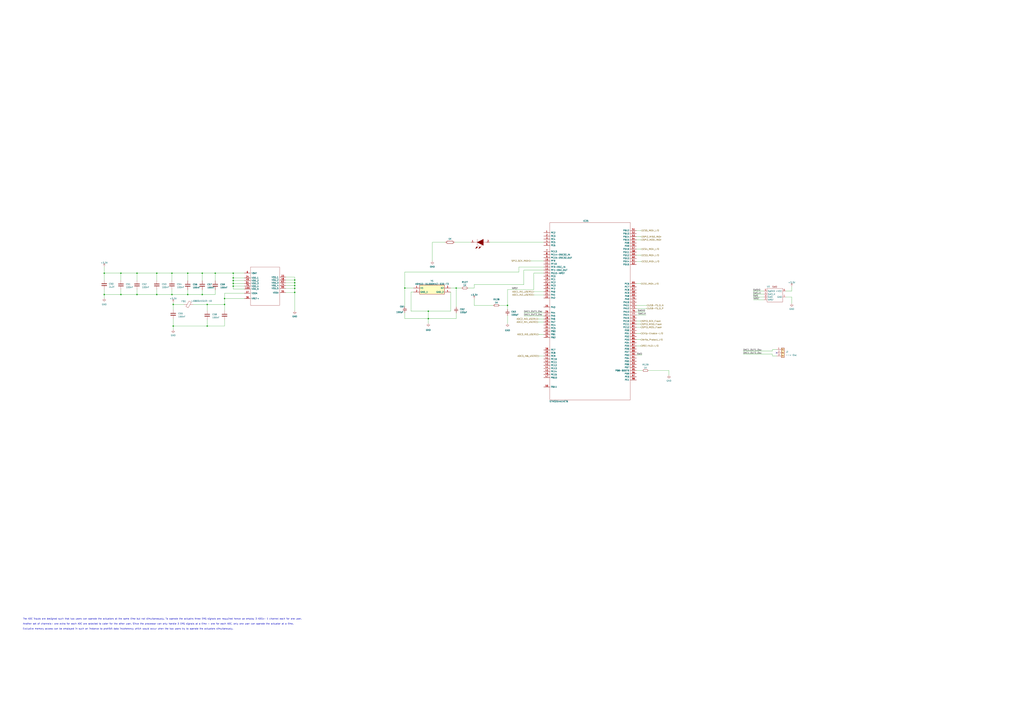
<source format=kicad_sch>
(kicad_sch (version 20230121) (generator eeschema)
  (paper "A1")
  (lib_symbols
    (symbol "Connector:Screw_Terminal_01x03" (pin_names (offset 1.016) hide)
      (property "Reference" "J" (at 0 5.08 0))
      (property "Value" "Screw_Terminal_01x03" (at 0 -5.08 0))
      (symbol "Screw_Terminal_01x03_1_1"
        (rectangle (start -1.27 3.81) (end 1.27 -3.81) (stroke (width 0.254)) (fill (type background)))
        (circle (center 0 -2.54) (radius 0.635) (stroke (width 0.1524)))
        (polyline (pts (xy -0.5334 -2.2098) (xy 0.3302 -3.048)) (stroke (width 0.1524)))
        (polyline (pts (xy -0.5334 0.3302) (xy 0.3302 -0.508)) (stroke (width 0.1524)))
        (polyline (pts (xy -0.5334 2.8702) (xy 0.3302 2.032)) (stroke (width 0.1524)))
        (polyline (pts (xy -0.3556 -2.032) (xy 0.508 -2.8702)) (stroke (width 0.1524)))
        (polyline (pts (xy -0.3556 0.508) (xy 0.508 -0.3302)) (stroke (width 0.1524)))
        (polyline (pts (xy -0.3556 3.048) (xy 0.508 2.2098)) (stroke (width 0.1524)))
        (circle (center 0 0) (radius 0.635) (stroke (width 0.1524)))
        (circle (center 0 2.54) (radius 0.635) (stroke (width 0.1524)))
        (pin passive line (at -5.08 2.54 0) (length 3.81) (name "Pin_1") (number "1"))
        (pin passive line (at -5.08 0 0) (length 3.81) (name "Pin_2") (number "2"))
        (pin passive line (at -5.08 -2.54 0) (length 3.81) (name "Pin_3") (number "3"))
      )
    )
    (symbol "Device:C" (pin_numbers hide) (pin_names (offset 0.254))
      (property "Reference" "C" (at 0.635 2.54 0))
      (property "Value" "C" (at 0.635 -2.54 0))
      (symbol "C_0_1"
        (polyline (pts (xy -2.032 -0.762) (xy 2.032 -0.762)) (stroke (width 0.508)))
        (polyline (pts (xy -2.032 0.762) (xy 2.032 0.762)) (stroke (width 0.508)))
      )
      (symbol "C_1_1"
        (pin passive line (at 0 3.81 270) (length 2.794) (name "~") (number "1"))
        (pin passive line (at 0 -3.81 90) (length 2.794) (name "~") (number "2"))
      )
    )
    (symbol "Device:C_Small" (pin_numbers hide) (pin_names (offset 0.254) hide)
      (property "Reference" "C" (at 0.254 1.778 0))
      (property "Value" "C_Small" (at 0.254 -2.032 0))
      (symbol "C_Small_0_1"
        (polyline (pts (xy -1.524 -0.508) (xy 1.524 -0.508)) (stroke (width 0.3302)))
        (polyline (pts (xy -1.524 0.508) (xy 1.524 0.508)) (stroke (width 0.3048)))
      )
      (symbol "C_Small_1_1"
        (pin passive line (at 0 2.54 270) (length 2.032) (name "~") (number "1"))
        (pin passive line (at 0 -2.54 90) (length 2.032) (name "~") (number "2"))
      )
    )
    (symbol "Device:FerriteBead" (pin_numbers hide) (pin_names (offset 0))
      (property "Reference" "FB" (at -3.81 0.635 90))
      (property "Value" "FerriteBead" (at 3.81 0 90))
      (symbol "FerriteBead_0_1"
        (polyline (pts (xy 0 -1.27) (xy 0 -1.2192)))
        (polyline (pts (xy 0 1.27) (xy 0 1.2954)))
        (polyline (pts (xy -2.7686 0.4064) (xy -1.7018 2.2606) (xy 2.7686 -0.3048) (xy 1.6764 -2.159) (xy -2.7686 0.4064)))
      )
      (symbol "FerriteBead_1_1"
        (pin passive line (at 0 3.81 270) (length 2.54) (name "~") (number "1"))
        (pin passive line (at 0 -3.81 90) (length 2.54) (name "~") (number "2"))
      )
    )
    (symbol "Device:R" (pin_numbers hide) (pin_names (offset 0))
      (property "Reference" "R" (at 2.032 0 90))
      (property "Value" "R" (at 0 0 90))
      (symbol "R_0_1"
        (rectangle (start -1.016 -2.54) (end 1.016 2.54) (stroke (width 0.254)))
      )
      (symbol "R_1_1"
        (pin passive line (at 0 3.81 270) (length 1.27) (name "~") (number "1"))
        (pin passive line (at 0 -3.81 90) (length 1.27) (name "~") (number "2"))
      )
    )
    (symbol "Device:R_Small" (pin_numbers hide) (pin_names (offset 0.254) hide)
      (property "Reference" "R" (at 0.762 0.508 0))
      (property "Value" "R_Small" (at 0.762 -1.016 0))
      (symbol "R_Small_0_1"
        (rectangle (start -0.762 1.778) (end 0.762 -1.778) (stroke (width 0.2032)))
      )
      (symbol "R_Small_1_1"
        (pin passive line (at 0 2.54 270) (length 0.762) (name "~") (number "1"))
        (pin passive line (at 0 -2.54 90) (length 0.762) (name "~") (number "2"))
      )
    )
    (symbol "Fermion_1:ABM10-16.000MHZ-D30-T3"
      (property "Reference" "Y" (at 26.67 7.62 0))
      (property "Value" "ABM10-16.000MHZ-D30-T3" (at 26.67 5.08 0))
      (symbol "ABM10-16.000MHZ-D30-T3_1_1"
        (rectangle (start 5.08 2.54) (end 25.4 -5.08) (stroke (width 0.254)) (fill (type background)))
        (pin passive line (at 0 0 0) (length 5.08) (name "X1") (number "1"))
        (pin passive line (at 0 -3.302 0) (length 5.08) (name "GND_1") (number "2"))
        (pin passive line (at 30.48 0 180) (length 5.08) (name "X2") (number "3"))
        (pin passive line (at 30.48 -3.302 180) (length 5.08) (name "GND_2") (number "4"))
      )
    )
    (symbol "Fermion_1:Green_LED" (pin_names (offset 0.762))
      (property "Reference" "LED" (at 12.7 8.89 0))
      (property "Value" "Green_LED" (at 12.7 6.35 0))
      (symbol "Green_LED_0_0"
        (pin passive line (at 0 0 0) (length 2.54) (name "~") (number "1"))
        (pin passive line (at 15.24 0 180) (length 2.54) (name "~") (number "2"))
      )
      (symbol "Green_LED_0_1"
        (polyline (pts (xy 2.54 0) (xy 5.08 0)) (stroke (width 0.1524)))
        (polyline (pts (xy 5.08 2.54) (xy 5.08 -2.54)) (stroke (width 0.1524)))
        (polyline (pts (xy 6.35 2.54) (xy 3.81 5.08)) (stroke (width 0.1524)))
        (polyline (pts (xy 8.89 2.54) (xy 6.35 5.08)) (stroke (width 0.1524)))
        (polyline (pts (xy 10.16 0) (xy 12.7 0)) (stroke (width 0.1524)))
        (polyline (pts (xy 5.08 0) (xy 10.16 2.54) (xy 10.16 -2.54) (xy 5.08 0)) (stroke (width 0.254)) (fill (type outline)))
        (polyline (pts (xy 5.334 4.318) (xy 4.572 3.556) (xy 3.81 5.08) (xy 5.334 4.318)) (stroke (width 0.254)) (fill (type outline)))
        (polyline (pts (xy 7.874 4.318) (xy 7.112 3.556) (xy 6.35 5.08) (xy 7.874 4.318)) (stroke (width 0.254)) (fill (type outline)))
      )
    )
    (symbol "Fermion_1:STM32G4A1VET6" (pin_names (offset 0.762))
      (property "Reference" "IC" (at 76.454 -24.638 90))
      (property "Value" "STM32G4A1VET6" (at 4.826 46.228 0))
      (symbol "STM32G4A1VET6_0_0"
        (pin passive line (at 0 36.576 0) (length 5.08) (name "PE2") (number "1"))
        (pin passive line (at 0 13.462 0) (length 5.08) (name "PF9") (number "10"))
        (pin passive line (at -245.872 -9.652 0) (length 5.08) (name "VDD_5") (number "100"))
        (pin passive line (at 0 10.922 0) (length 5.08) (name "PF10") (number "11"))
        (pin passive line (at 0 8.382 0) (length 5.08) (name "PF0-OSC_IN") (number "12"))
        (pin passive line (at 0 5.842 0) (length 5.08) (name "PF1-OSC_OUT") (number "13"))
        (pin passive line (at 0 3.302 0) (length 5.08) (name "PG10-NRST") (number "14"))
        (pin passive line (at 0 0.762 0) (length 5.08) (name "PC0") (number "15"))
        (pin passive line (at 0 -1.778 0) (length 5.08) (name "PC1") (number "16"))
        (pin passive line (at 0 -4.318 0) (length 5.08) (name "PC2") (number "17"))
        (pin passive line (at 0 -6.858 0) (length 5.08) (name "PC3") (number "18"))
        (pin passive line (at 0 -9.398 0) (length 5.08) (name "PF2") (number "19"))
        (pin passive line (at 0 33.782 0) (length 5.08) (name "PE3") (number "2"))
        (pin passive line (at 0 -11.938 0) (length 5.08) (name "PA0") (number "20"))
        (pin passive line (at 0 -14.478 0) (length 5.08) (name "PA1") (number "21"))
        (pin passive line (at 0 -17.018 0) (length 5.08) (name "PA2") (number "22"))
        (pin passive line (at -211.836 0 180) (length 5.08) (name "VSS_1") (number "23"))
        (pin passive line (at -245.872 -0.508 0) (length 5.08) (name "VDD_1") (number "24"))
        (pin passive line (at 0 -24.638 0) (length 5.08) (name "PA3") (number "25"))
        (pin passive line (at 0 -29.21 0) (length 5.08) (name "PA4") (number "26"))
        (pin passive line (at 0 -31.75 0) (length 5.08) (name "PA5") (number "27"))
        (pin passive line (at 0 -34.29 0) (length 5.08) (name "PA6") (number "28"))
        (pin passive line (at 0 -36.83 0) (length 5.08) (name "PA7") (number "29"))
        (pin passive line (at 0 31.242 0) (length 5.08) (name "PE4") (number "3"))
        (pin passive line (at 0 -39.37 0) (length 5.08) (name "PC4") (number "30"))
        (pin passive line (at 0 -41.91 0) (length 5.08) (name "PC5") (number "31"))
        (pin passive line (at 0 -44.45 0) (length 5.08) (name "PB0") (number "32"))
        (pin passive line (at 0 -46.99 0) (length 5.08) (name "PB1") (number "33"))
        (pin passive line (at 0 -49.53 0) (length 5.08) (name "PB2") (number "34"))
        (pin passive line (at -211.836 -12.7 180) (length 5.08) (name "VSSA") (number "35"))
        (pin passive line (at -245.872 -17.526 0) (length 5.08) (name "VREF+") (number "36"))
        (pin passive line (at -245.872 -13.208 0) (length 5.08) (name "VDDA") (number "37"))
        (pin passive line (at 0 -59.69 0) (length 5.08) (name "PE7") (number "38"))
        (pin passive line (at 0 -62.23 0) (length 5.08) (name "PE8") (number "39"))
        (pin passive line (at 0 28.702 0) (length 5.08) (name "PE5") (number "4"))
        (pin passive line (at 0 -64.77 0) (length 5.08) (name "PE9") (number "40"))
        (pin passive line (at 0 -67.31 0) (length 5.08) (name "PE10") (number "41"))
        (pin passive line (at 0 -69.85 0) (length 5.08) (name "PE11") (number "42"))
        (pin passive line (at 0 -72.39 0) (length 5.08) (name "PE12") (number "43"))
        (pin passive line (at 0 -74.93 0) (length 5.08) (name "PE13") (number "44"))
        (pin passive line (at 0 -77.47 0) (length 5.08) (name "PE14") (number "45"))
        (pin passive line (at 0 -80.01 0) (length 5.08) (name "PE15") (number "46"))
        (pin passive line (at 0 -82.55 0) (length 5.08) (name "PB10") (number "47"))
        (pin passive line (at -211.836 -2.286 180) (length 5.08) (name "VSS_2") (number "48"))
        (pin passive line (at -245.872 -2.794 0) (length 5.08) (name "VDD_2") (number "49"))
        (pin passive line (at 0 26.162 0) (length 5.08) (name "PE6") (number "5"))
        (pin passive line (at 0 -90.17 0) (length 5.08) (name "PB11") (number "50"))
        (pin passive line (at 76.2 38.354 180) (length 5.08) (name "PB12") (number "51"))
        (pin passive line (at 76.2 35.814 180) (length 5.08) (name "PB13") (number "52"))
        (pin passive line (at 76.2 33.274 180) (length 5.08) (name "PB14") (number "53"))
        (pin passive line (at 76.2 30.734 180) (length 5.08) (name "PB15") (number "54"))
        (pin passive line (at 76.2 28.194 180) (length 5.08) (name "PD8") (number "55"))
        (pin passive line (at 76.2 25.654 180) (length 5.08) (name "PD9") (number "56"))
        (pin passive line (at 76.2 23.114 180) (length 5.08) (name "PD10") (number "57"))
        (pin passive line (at 76.2 20.574 180) (length 5.08) (name "PD11") (number "58"))
        (pin passive line (at 76.2 18.034 180) (length 5.08) (name "PD12") (number "59"))
        (pin passive line (at -245.872 3.302 0) (length 5.08) (name "VBAT") (number "6"))
        (pin passive line (at 76.2 15.494 180) (length 5.08) (name "PD13") (number "60"))
        (pin passive line (at 76.2 12.954 180) (length 5.08) (name "PD14") (number "61"))
        (pin passive line (at 76.2 10.414 180) (length 5.08) (name "PD15") (number "62"))
        (pin passive line (at -211.836 -4.572 180) (length 5.08) (name "VSS_3") (number "63"))
        (pin passive line (at -245.872 -5.08 0) (length 5.08) (name "VDD_3") (number "64"))
        (pin passive line (at 76.2 -5.334 180) (length 5.08) (name "PC6") (number "65"))
        (pin passive line (at 76.2 -7.874 180) (length 5.08) (name "PC7") (number "66"))
        (pin passive line (at 76.2 -10.414 180) (length 5.08) (name "PC8") (number "67"))
        (pin passive line (at 76.2 -12.954 180) (length 5.08) (name "PC9") (number "68"))
        (pin passive line (at 76.2 -15.494 180) (length 5.08) (name "PA8") (number "69"))
        (pin passive line (at 0 21.082 0) (length 5.08) (name "PC13") (number "7"))
        (pin passive line (at 76.2 -18.034 180) (length 5.08) (name "PA9") (number "70"))
        (pin passive line (at 76.2 -20.574 180) (length 5.08) (name "PA10") (number "71"))
        (pin passive line (at 76.2 -23.114 180) (length 5.08) (name "PA11") (number "72"))
        (pin passive line (at 76.2 -25.654 180) (length 5.08) (name "PA12") (number "73"))
        (pin passive line (at -211.836 -6.858 180) (length 5.08) (name "VSS_4") (number "74"))
        (pin passive line (at -245.872 -7.366 0) (length 5.08) (name "VDD_4") (number "75"))
        (pin passive line (at 76.2 -28.448 180) (length 5.08) (name "PA13") (number "76"))
        (pin passive line (at 76.2 -30.988 180) (length 5.08) (name "PA14") (number "77"))
        (pin passive line (at 76.2 -33.528 180) (length 5.08) (name "PA15") (number "78"))
        (pin passive line (at 76.2 -36.068 180) (length 5.08) (name "PC10") (number "79"))
        (pin passive line (at 0 18.542 0) (length 5.08) (name "PC14-OSC32_IN") (number "8"))
        (pin passive line (at 76.2 -38.608 180) (length 5.08) (name "PC11") (number "80"))
        (pin passive line (at 76.2 -41.148 180) (length 5.08) (name "PC12") (number "81"))
        (pin passive line (at 76.2 -43.688 180) (length 5.08) (name "PD0") (number "82"))
        (pin passive line (at 76.2 -46.228 180) (length 5.08) (name "PD1") (number "83"))
        (pin passive line (at 76.2 -48.768 180) (length 5.08) (name "PD2") (number "84"))
        (pin passive line (at 76.2 -51.308 180) (length 5.08) (name "PD3") (number "85"))
        (pin passive line (at 76.2 -53.848 180) (length 5.08) (name "PD4") (number "86"))
        (pin passive line (at 76.2 -56.388 180) (length 5.08) (name "PD5") (number "87"))
        (pin passive line (at 76.2 -58.928 180) (length 5.08) (name "PD6") (number "88"))
        (pin passive line (at 76.2 -61.468 180) (length 5.08) (name "PD7") (number "89"))
        (pin passive line (at 0 16.002 0) (length 5.08) (name "PC15-OSC32_OUT") (number "9"))
        (pin passive line (at 76.2 -64.008 180) (length 5.08) (name "PB3") (number "90"))
        (pin passive line (at 76.2 -66.548 180) (length 5.08) (name "PB4") (number "91"))
        (pin passive line (at 76.2 -69.088 180) (length 5.08) (name "PB5") (number "92"))
        (pin passive line (at 76.2 -71.628 180) (length 5.08) (name "PB6") (number "93"))
        (pin passive line (at 76.2 -74.168 180) (length 5.08) (name "PB7") (number "94"))
        (pin passive line (at 76.2 -76.708 180) (length 5.08) (name "PB8-BOOT0") (number "95"))
        (pin passive line (at 76.2 -79.248 180) (length 5.08) (name "PB9") (number "96"))
        (pin passive line (at 76.2 -81.788 180) (length 5.08) (name "PE0") (number "97"))
        (pin passive line (at 76.2 -84.328 180) (length 5.08) (name "PE1") (number "98"))
        (pin passive line (at -211.836 -9.144 180) (length 5.08) (name "VSS_5") (number "99"))
      )
      (symbol "STM32G4A1VET6_0_1"
        (rectangle (start -240.792 8.382) (end -216.916 -23.114))
        (rectangle (start 5.08 44.958) (end 71.12 -100.838))
      )
    )
    (symbol "Fermion_1:SWD_DEBUG_HEADER"
      (property "Reference" "U" (at -2.032 3.81 0))
      (symbol "SWD_DEBUG_HEADER_0_1"
        (rectangle (start -2.54 3.048) (end 10.414 -8.128))
        (text "SWD\n\n" (at 3.81 3.302 0) (effects (font (size 1.27 1.27))))
      )
      (symbol "SWD_DEBUG_HEADER_1_1"
        (pin input line (at 12.954 -4.064 180) (length 2.54) (name "GND") (number "1"))
        (pin input line (at -5.08 -6.35 0) (length 2.54) (name "NRST") (number "2"))
        (pin input line (at -5.08 -4.064 0) (length 2.54) (name "SWO") (number "3"))
        (pin input line (at -5.08 -1.778 0) (length 2.54) (name "SWCLK") (number "4"))
        (pin input line (at -5.08 0.762 0) (length 2.54) (name "SWDIO") (number "5"))
        (pin input line (at 12.954 0.762 180) (length 2.54) (name "+VCC") (number "6"))
      )
    )
    (symbol "power:+3.3V" (power) (pin_names (offset 0))
      (property "Value" "+3.3V" (at 0 3.556 0))
      (symbol "+3.3V_0_1"
        (polyline (pts (xy -0.762 1.27) (xy 0 2.54)))
        (polyline (pts (xy 0 0) (xy 0 2.54)))
        (polyline (pts (xy 0 2.54) (xy 0.762 1.27)))
      )
      (symbol "+3.3V_1_1"
        (pin power_in line (at 0 0 90) (length 0) hide (name "+3.3V") (number "1"))
      )
    )
    (symbol "power:GND" (power) (pin_names (offset 0))
      (property "Value" "GND" (at 0 -3.81 0))
      (symbol "GND_0_1"
        (polyline (pts (xy 0 0) (xy 0 -1.27) (xy 1.27 -1.27) (xy 0 -2.54) (xy -1.27 -1.27) (xy 0 -1.27)))
      )
      (symbol "GND_1_1"
        (pin power_in line (at 0 0 270) (length 0) hide (name "GND") (number "1"))
      )
    )
  )
  (junction (at 166.116 224.536))
  (junction (at 128.778 224.536))
  (junction (at 184.404 250.19))
  (junction (at 141.224 242.062))
  (junction (at 141.224 224.536))
  (junction (at 85.598 224.536))
  (junction (at 191.516 224.536))
  (junction (at 351.79 255.778))
  (junction (at 176.784 224.536))
  (junction (at 142.24 267.97))
  (junction (at 191.516 228.346))
  (junction (at 191.516 235.204))
  (junction (at 191.516 232.918))
  (junction (at 242.062 234.696))
  (junction (at 416.814 250.952))
  (junction (at 242.062 240.284))
  (junction (at 85.598 242.062))
  (junction (at 99.314 242.062))
  (junction (at 351.79 261.874))
  (junction (at 332.486 236.728))
  (junction (at 242.062 232.41))
  (junction (at 184.404 245.364))
  (junction (at 170.18 250.19))
  (junction (at 242.062 230.124))
  (junction (at 170.18 267.97))
  (junction (at 128.778 242.062))
  (junction (at 166.116 242.062))
  (junction (at 374.65 236.728))
  (junction (at 99.314 224.536))
  (junction (at 142.24 250.19))
  (junction (at 154.178 242.062))
  (junction (at 191.516 230.632))
  (junction (at 242.062 236.982))
  (junction (at 154.178 224.536))
  (junction (at 112.522 224.536))
  (junction (at 112.522 242.062))
  (no_connect (at 637.794 289.9664))
  (wire (pts (xy 241.808 240.538) (xy 241.808 240.284)))
  (wire (pts (xy 200.66 232.918) (xy 191.516 232.918)))
  (wire (pts (xy 332.486 257.048) (xy 332.486 261.874)))
  (wire (pts (xy 441.96 262.128) (xy 446.532 262.128)))
  (wire (pts (xy 184.404 245.364) (xy 184.404 250.19)))
  (wire (pts (xy 234.696 240.538) (xy 241.808 240.538)))
  (wire (pts (xy 242.062 230.124) (xy 242.062 232.41)))
  (wire (pts (xy 99.314 237.998) (xy 99.314 242.062)))
  (wire (pts (xy 166.116 242.062) (xy 176.784 242.062)))
  (wire (pts (xy 141.224 224.536) (xy 154.178 224.536)))
  (wire (pts (xy 610.362 288.544) (xy 634.3904 288.544)))
  (wire (pts (xy 85.598 224.536) (xy 99.314 224.536)))
  (wire (pts (xy 234.696 232.41) (xy 242.062 232.41)))
  (wire (pts (xy 370.078 240.03) (xy 370.078 255.778)))
  (wire (pts (xy 112.522 237.998) (xy 112.522 242.062)))
  (wire (pts (xy 242.062 236.982) (xy 242.062 240.284)))
  (wire (pts (xy 389.382 250.952) (xy 405.13 250.952)))
  (wire (pts (xy 154.178 224.536) (xy 166.116 224.536)))
  (wire (pts (xy 112.522 224.536) (xy 112.522 230.378)))
  (wire (pts (xy 430.276 233.934) (xy 389.382 233.934)))
  (wire (pts (xy 610.362 291.084) (xy 634.3904 291.084)))
  (wire (pts (xy 128.778 242.062) (xy 141.224 242.062)))
  (wire (pts (xy 522.732 253.492) (xy 531.114 253.492)))
  (wire (pts (xy 234.696 230.124) (xy 242.062 230.124)))
  (wire (pts (xy 650.24 239.268) (xy 650.24 235.458)))
  (wire (pts (xy 438.404 242.316) (xy 446.532 242.316)))
  (wire (pts (xy 128.778 224.536) (xy 141.224 224.536)))
  (wire (pts (xy 241.808 240.284) (xy 242.062 240.284)))
  (wire (pts (xy 416.814 237.998) (xy 416.814 250.952)))
  (wire (pts (xy 522.732 233.172) (xy 526.288 233.172)))
  (wire (pts (xy 522.732 214.884) (xy 526.796 214.884)))
  (wire (pts (xy 637.794 287.3756) (xy 634.3904 287.3756)))
  (wire (pts (xy 191.516 228.346) (xy 200.66 228.346)))
  (wire (pts (xy 85.598 237.744) (xy 85.598 242.062)))
  (wire (pts (xy 522.732 258.826) (xy 530.606 258.826)))
  (wire (pts (xy 446.532 221.996) (xy 430.276 221.996)))
  (wire (pts (xy 141.224 237.998) (xy 141.224 242.062)))
  (wire (pts (xy 234.696 234.696) (xy 242.062 234.696)))
  (wire (pts (xy 141.224 230.378) (xy 141.224 224.536)))
  (wire (pts (xy 618.744 246.38) (xy 627.38 246.38)))
  (wire (pts (xy 184.404 267.97) (xy 184.404 262.89)))
  (wire (pts (xy 441.96 264.668) (xy 446.532 264.668)))
  (wire (pts (xy 234.696 236.982) (xy 242.062 236.982)))
  (wire (pts (xy 442.722 292.608) (xy 446.532 292.608)))
  (wire (pts (xy 374.65 236.728) (xy 374.65 252.222)))
  (wire (pts (xy 532.638 304.546) (xy 549.402 304.546)))
  (wire (pts (xy 365.76 199.136) (xy 355.092 199.136)))
  (wire (pts (xy 446.532 219.456) (xy 426.212 219.456)))
  (wire (pts (xy 332.486 261.874) (xy 351.79 261.874)))
  (wire (pts (xy 184.404 245.364) (xy 200.66 245.364)))
  (wire (pts (xy 191.516 230.632) (xy 191.516 232.918)))
  (wire (pts (xy 374.65 236.728) (xy 379.222 236.728)))
  (wire (pts (xy 191.516 235.204) (xy 200.66 235.204)))
  (wire (pts (xy 386.842 199.136) (xy 373.38 199.136)))
  (wire (pts (xy 85.598 219.202) (xy 85.598 224.536)))
  (wire (pts (xy 416.814 237.998) (xy 438.404 237.998)))
  (wire (pts (xy 339.598 236.728) (xy 332.486 236.728)))
  (wire (pts (xy 166.116 238.252) (xy 166.116 242.062)))
  (wire (pts (xy 389.382 233.934) (xy 389.382 236.728)))
  (wire (pts (xy 184.404 241.046) (xy 184.404 245.364)))
  (wire (pts (xy 438.404 239.776) (xy 446.532 239.776)))
  (wire (pts (xy 374.65 257.302) (xy 374.65 261.874)))
  (wire (pts (xy 430.276 257.048) (xy 446.532 257.048)))
  (wire (pts (xy 337.566 255.778) (xy 351.79 255.778)))
  (wire (pts (xy 370.078 236.728) (xy 374.65 236.728)))
  (wire (pts (xy 191.516 237.49) (xy 191.516 235.204)))
  (wire (pts (xy 430.276 259.588) (xy 446.532 259.588)))
  (wire (pts (xy 166.116 224.536) (xy 176.784 224.536)))
  (wire (pts (xy 158.75 250.19) (xy 170.18 250.19)))
  (wire (pts (xy 242.062 234.696) (xy 242.062 236.982)))
  (wire (pts (xy 142.24 250.19) (xy 142.24 254.508)))
  (wire (pts (xy 522.732 266.446) (xy 526.034 266.446)))
  (wire (pts (xy 634.3904 292.4556) (xy 637.794 292.4556)))
  (wire (pts (xy 522.732 268.986) (xy 526.034 268.986)))
  (wire (pts (xy 151.13 250.19) (xy 142.24 250.19)))
  (wire (pts (xy 389.382 245.618) (xy 389.382 250.952)))
  (wire (pts (xy 446.532 224.536) (xy 438.404 224.536)))
  (wire (pts (xy 142.24 262.128) (xy 142.24 267.97)))
  (wire (pts (xy 438.404 224.536) (xy 438.404 237.998)))
  (wire (pts (xy 128.778 230.378) (xy 128.778 224.536)))
  (wire (pts (xy 191.516 232.918) (xy 191.516 235.204)))
  (wire (pts (xy 170.18 250.19) (xy 170.18 255.27)))
  (wire (pts (xy 522.732 197.104) (xy 526.542 197.104)))
  (wire (pts (xy 549.402 304.546) (xy 549.402 308.356)))
  (wire (pts (xy 142.24 267.97) (xy 170.18 267.97)))
  (wire (pts (xy 634.3904 287.3756) (xy 634.3904 288.544)))
  (wire (pts (xy 522.732 263.906) (xy 526.034 263.906)))
  (wire (pts (xy 410.21 250.952) (xy 416.814 250.952)))
  (wire (pts (xy 242.062 232.41) (xy 242.062 234.696)))
  (wire (pts (xy 154.178 242.062) (xy 166.116 242.062)))
  (wire (pts (xy 141.224 242.062) (xy 154.178 242.062)))
  (wire (pts (xy 645.414 239.268) (xy 650.24 239.268)))
  (wire (pts (xy 99.314 224.536) (xy 99.314 230.378)))
  (wire (pts (xy 242.062 240.284) (xy 242.062 255.524)))
  (wire (pts (xy 142.24 267.97) (xy 142.24 271.018)))
  (wire (pts (xy 184.404 250.19) (xy 184.404 255.27)))
  (wire (pts (xy 242.062 227.838) (xy 242.062 230.124)))
  (wire (pts (xy 128.778 237.998) (xy 128.778 242.062)))
  (wire (pts (xy 170.18 262.89) (xy 170.18 267.97)))
  (wire (pts (xy 112.522 242.062) (xy 128.778 242.062)))
  (wire (pts (xy 522.732 291.846) (xy 527.304 291.846)))
  (wire (pts (xy 234.696 227.838) (xy 242.062 227.838)))
  (wire (pts (xy 176.784 224.536) (xy 191.516 224.536)))
  (wire (pts (xy 618.49 239.268) (xy 627.38 239.268)))
  (wire (pts (xy 442.468 274.828) (xy 446.532 274.828)))
  (wire (pts (xy 99.314 242.062) (xy 112.522 242.062)))
  (wire (pts (xy 416.814 259.334) (xy 416.814 265.938)))
  (wire (pts (xy 170.18 267.97) (xy 184.404 267.97)))
  (wire (pts (xy 191.516 228.346) (xy 191.516 230.632)))
  (wire (pts (xy 522.732 274.066) (xy 526.034 274.066)))
  (wire (pts (xy 191.516 224.536) (xy 191.516 228.346)))
  (wire (pts (xy 112.522 224.536) (xy 128.778 224.536)))
  (wire (pts (xy 522.732 194.564) (xy 526.542 194.564)))
  (wire (pts (xy 154.178 224.536) (xy 154.178 230.632)))
  (wire (pts (xy 170.18 250.19) (xy 184.404 250.19)))
  (wire (pts (xy 166.116 224.536) (xy 166.116 230.632)))
  (wire (pts (xy 200.66 241.046) (xy 184.404 241.046)))
  (wire (pts (xy 154.178 238.252) (xy 154.178 242.062)))
  (wire (pts (xy 351.79 261.874) (xy 351.79 265.684)))
  (wire (pts (xy 435.864 214.376) (xy 446.532 214.376)))
  (wire (pts (xy 176.784 230.632) (xy 176.784 224.536)))
  (wire (pts (xy 99.314 224.536) (xy 112.522 224.536)))
  (wire (pts (xy 522.732 209.804) (xy 526.542 209.804)))
  (wire (pts (xy 332.486 236.728) (xy 332.486 251.968)))
  (wire (pts (xy 355.092 199.136) (xy 355.092 214.63)))
  (wire (pts (xy 339.598 240.03) (xy 337.566 240.03)))
  (wire (pts (xy 634.3904 291.084) (xy 634.3904 292.4556)))
  (wire (pts (xy 618.49 244.094) (xy 627.38 244.094)))
  (wire (pts (xy 85.598 242.062) (xy 85.598 245.11)))
  (wire (pts (xy 522.732 279.146) (xy 526.034 279.146)))
  (wire (pts (xy 618.49 241.808) (xy 627.38 241.808)))
  (wire (pts (xy 426.212 219.456) (xy 426.212 223.52)))
  (wire (pts (xy 522.732 256.286) (xy 529.844 256.286)))
  (wire (pts (xy 351.79 255.778) (xy 351.79 261.874)))
  (wire (pts (xy 142.24 248.666) (xy 142.24 250.19)))
  (wire (pts (xy 337.566 240.03) (xy 337.566 255.778)))
  (wire (pts (xy 645.414 244.094) (xy 650.24 244.094)))
  (wire (pts (xy 191.516 224.536) (xy 200.66 224.536)))
  (wire (pts (xy 191.516 230.632) (xy 200.66 230.632)))
  (wire (pts (xy 374.65 261.874) (xy 351.79 261.874)))
  (wire (pts (xy 522.732 189.484) (xy 526.542 189.484)))
  (wire (pts (xy 389.382 236.728) (xy 384.302 236.728)))
  (wire (pts (xy 370.078 255.778) (xy 351.79 255.778)))
  (wire (pts (xy 85.598 242.062) (xy 99.314 242.062)))
  (wire (pts (xy 430.276 221.996) (xy 430.276 233.934)))
  (wire (pts (xy 332.486 223.52) (xy 426.212 223.52)))
  (wire (pts (xy 522.732 250.952) (xy 531.114 250.952)))
  (wire (pts (xy 522.732 304.546) (xy 527.558 304.546)))
  (wire (pts (xy 416.814 250.952) (xy 416.814 254.254)))
  (wire (pts (xy 522.732 284.226) (xy 526.034 284.226)))
  (wire (pts (xy 85.598 230.124) (xy 85.598 224.536)))
  (wire (pts (xy 200.66 237.49) (xy 191.516 237.49)))
  (wire (pts (xy 332.486 223.52) (xy 332.486 236.728)))
  (wire (pts (xy 522.732 204.724) (xy 526.542 204.724)))
  (wire (pts (xy 176.784 238.252) (xy 176.784 242.062)))
  (wire (pts (xy 650.24 244.094) (xy 650.24 249.428)))
  (wire (pts (xy 402.082 199.136) (xy 446.532 199.136)))
  (text "The ADC inputs are designed such that two users can operate the actuators at the same time but not simultaneously. To operate the actuatrs three EMG signals are requuired hence we employ 3 ADCs- 1 channel each for one user.\n\nAnother set of channels- one extra for each ADC are selected to cater for the other user. Since the processor can only handle 3 EMG signals at a time - one for each ADC, only one user can operate the actuator at a time. \n\nExclusive memory access can be employed in such an instance to prohibit data incoherency which would occur when the two users try to operate the actuators simultaneusly.\n " (at 18.796 519.684 0) (effects (font (size 1.27 1.27)) (justify left bottom)))
  (label "SWDIO" (at 529.844 256.286 180))
  (label "DAC1_OUT1_Osc" (at 430.276 257.048 0))
  (label "SWCLK" (at 530.606 258.826 180))
  (label "NRST" (at 618.744 246.38 0))
  (label "SWO" (at 527.304 291.846 180))
  (label "DAC1_OUT2_Osc" (at 430.276 259.588 0))
  (label "SWDIO" (at 618.49 239.268 0))
  (label "NRST" (at 420.37 237.998 0))
  (label "DAC1_OUT1_Osc" (at 610.362 288.544 0))
  (label "DAC1_OUT2_Osc" (at 610.362 291.084 0))
  (label "SWO" (at 618.49 244.094 0))
  (label "SWCLK" (at 618.49 241.808 0))
  (hierarchical_label "SPI2_MOSI_MtDr" (shape input) (at 526.542 197.104 0))
  (hierarchical_label "CS3_MtDr_I{slash}O" (shape input) (at 526.542 209.804 0))
  (hierarchical_label "SPI2_MISO_MtDr" (shape input) (at 526.542 194.564 0))
  (hierarchical_label "ADC2_IN3_USER1" (shape input) (at 441.96 262.128 180))
  (hierarchical_label "ADC1_IN1_USER1" (shape input) (at 438.404 239.776 180))
  (hierarchical_label "ADC1_IN2_USER2" (shape input) (at 438.404 242.316 180))
  (hierarchical_label "SPI3_SCK_Flash" (shape input) (at 526.034 263.906 0))
  (hierarchical_label "SPI2_SCK_MtDr" (shape input) (at 435.864 214.376 180))
  (hierarchical_label "ADC3_IN5_USER1" (shape input) (at 442.468 274.828 180))
  (hierarchical_label "ADC3_IN6_USER2" (shape input) (at 442.722 292.608 180))
  (hierarchical_label "CS2_MtDr_I{slash}O" (shape input) (at 526.796 214.884 0))
  (hierarchical_label "CS5_MtDr_I{slash}O" (shape input) (at 526.542 189.484 0))
  (hierarchical_label "CS4_MtDr_I{slash}O" (shape input) (at 526.542 204.724 0))
  (hierarchical_label "CS1_MtDr_I{slash}O" (shape input) (at 526.288 233.172 0))
  (hierarchical_label "USB-FS_D_P" (shape input) (at 531.114 253.492 0))
  (hierarchical_label "ADC2_IN4_USER2" (shape input) (at 441.96 264.668 180))
  (hierarchical_label "SPI3_MOSI_Flash" (shape input) (at 526.034 268.986 0))
  (hierarchical_label "USB-FS_D_N" (shape input) (at 531.114 250.952 0))
  (hierarchical_label "RST{slash}HLD-I{slash}O" (shape input) (at 526.034 284.226 0))
  (hierarchical_label "SPI3_MISO_Flash" (shape input) (at 526.034 266.446 0))
  (hierarchical_label "Chip-Enable-I{slash}O" (shape input) (at 526.034 274.066 0))
  (hierarchical_label "Write_Protect_I{slash}O" (shape input) (at 526.034 279.146 0))
  (symbol (lib_id "Device:R") (at 369.57 199.136 270) (mirror x) (unit 1)
    (property "Reference" "R130" (effects hide))
    (property "Value" "1K" (at 369.57 196.342 90))
    (property "Footprint" "Fermion_1:RES0402" (effects hide))
    (instances (project "EMG_2" (path "" (reference "R130") (unit 1)) (path "" (reference "R135") (unit 1))))
  )
  (symbol (lib_id "power:GND") (at 85.598 245.11 0) (unit 1)
    (property "Reference" "#PWR06" (effects hide))
    (property "Value" "GND" (at 85.598 250.19 0))
  )
  (symbol (lib_id "power:GND") (at 142.24 271.018 0) (unit 1)
    (property "Reference" "#PWR07" (effects hide))
    (property "Value" "GND" (at 142.24 275.59 0))
  )
  (symbol (lib_id "power:GND") (at 351.79 265.684 0) (unit 1)
    (property "Reference" "#PWR08" (effects hide))
    (property "Value" "GND" (at 351.79 271.272 0))
  )
  (symbol (lib_id "Fermion_1:STM32G4A1VET6") (at 446.532 227.838 0) (unit 1)
    (property "Reference" "IC25" (at 481.076 181.61 0))
    (property "Value" "STM32G4A1VET6" (at 458.978 329.946 0))
    (property "Footprint" "Fermion_1:G4_QFP50P1600X1600X160-100N" (effects hide))
    (property "Datasheet" "https://www.st.com/resource/en/datasheet/stm32g4a1ve.pdf" (effects hide))
    (property "Description" "ARM Microcontrollers - MCU Mainstream Arm Cortex-M4 MCU 170 MHz 512 Kbytes Flash" (effects hide))
    (property "Height" "1.6" (effects hide))
    (property "Manufacturer_Name" "STMicroelectronics" (effects hide))
    (property "Manufacturer_Part_Number" "STM32G4A1VET6" (effects hide))
  )
  (symbol (lib_id "Device:FerriteBead") (at 154.94 250.19 90) (unit 1)
    (property "Reference" "FB1" (at 150.876 247.65 90))
    (property "Value" "LI0805H151R-10" (at 165.608 247.396 90))
    (property "Footprint" "Fermion_1:BEADC2012X110N" (effects hide))
  )
  (symbol (lib_id "Device:C") (at 85.598 233.934 0) (unit 1)
    (property "Reference" "C50" (at 89.408 233.299 0) (effects (justify left)))
    (property "Value" "2u2F" (at 89.408 235.839 0) (effects (justify left)))
    (property "Footprint" "Capacitor_SMD:C_0402_1005Metric" (effects hide))
  )
  (symbol (lib_id "Device:C") (at 112.522 234.188 0) (unit 1)
    (property "Reference" "C52" (at 116.586 233.553 0) (effects (justify left)))
    (property "Value" "100nF" (at 116.586 236.093 0) (effects (justify left)))
    (property "Footprint" "Capacitor_SMD:C_0402_1005Metric" (effects hide))
  )
  (symbol (lib_id "Device:C") (at 170.18 259.08 0) (unit 1)
    (property "Reference" "C58" (at 174.244 258.445 0) (effects (justify left)))
    (property "Value" "100nF" (at 174.244 260.985 0) (effects (justify left)))
    (property "Footprint" "Capacitor_SMD:C_0402_1005Metric" (effects hide))
  )
  (symbol (lib_id "Fermion_1:ABM10-16.000MHZ-D30-T3") (at 339.598 236.728 0) (unit 1)
    (property "Reference" "Y1" (at 354.838 230.886 0))
    (property "Value" "ABM10-16.000MHZ-D30-T3" (at 354.838 233.426 0))
    (property "Footprint" "Fermion_1:ABM10_XTAL" (effects hide))
    (property "Datasheet" "https://abracon.com/Resonators/ABM10.pdf" (effects hide))
    (property "Height" "0.7" (effects hide))
    (property "Manufacturer_Name" "ABRACON" (effects hide))
    (property "Manufacturer_Part_Number" "ABM10-16.000MHZ-D30-T3" (effects hide))
  )
  (symbol (lib_id "power:GND") (at 650.24 249.428 0) (unit 1)
    (property "Reference" "#PWR011" (effects hide))
    (property "Value" "GND" (at 650.24 254 0))
  )
  (symbol (lib_id "Device:C") (at 176.784 234.442 0) (unit 1)
    (property "Reference" "C59" (at 180.848 233.807 0) (effects (justify left)))
    (property "Value" "100nF" (at 180.848 236.347 0) (effects (justify left)))
    (property "Footprint" "Capacitor_SMD:C_0402_1005Metric" (effects hide))
  )
  (symbol (lib_id "Device:R_Small") (at 407.67 250.952 90) (unit 1)
    (property "Reference" "R128" (at 407.67 246.126 90))
    (property "Value" "1K" (at 407.67 248.666 90))
    (property "Footprint" "Fermion_1:RES0402" (effects hide))
  )
  (symbol (lib_id "Device:C") (at 128.778 234.188 0) (unit 1)
    (property "Reference" "C53" (at 132.842 233.553 0) (effects (justify left)))
    (property "Value" "100nF" (at 132.842 236.093 0) (effects (justify left)))
    (property "Footprint" "Capacitor_SMD:C_0402_1005Metric" (effects hide))
  )
  (symbol (lib_id "power:+3.3V") (at 389.382 245.618 0) (unit 1)
    (property "Reference" "#PWR02" (effects hide))
    (property "Value" "+3.3V" (at 389.382 242.316 0))
  )
  (symbol (lib_id "Device:C") (at 99.314 234.188 0) (unit 1)
    (property "Reference" "C51" (at 103.378 233.553 0) (effects (justify left)))
    (property "Value" "100nF" (at 103.378 236.093 0) (effects (justify left)))
    (property "Footprint" "Capacitor_SMD:C_0402_1005Metric" (effects hide))
  )
  (symbol (lib_id "Connector:Screw_Terminal_01x03") (at 642.874 289.9156 0) (unit 1)
    (property "Reference" "J?" (at 645.16 289.2806 0) (effects (justify left)))
    (property "Value" "--> Osc" (at 645.16 291.8206 0) (effects (justify left)))
    (property "Footprint" "TerminalBlock_4Ucon:TerminalBlock_4Ucon_1x03_P3.50mm_Horizontal" (effects hide))
    (instances (project "EMG_2" (path "" (reference "J?") (unit 1)) (path "" (reference "J7") (unit 1)) (path "" (reference "J9") (unit 1))))
  )
  (symbol (lib_id "power:+3.3V") (at 650.24 235.458 0) (unit 1)
    (property "Reference" "#PWR010" (effects hide))
    (property "Value" "+3.3V" (at 650.24 232.156 0))
  )
  (symbol (lib_id "Device:C") (at 154.178 234.442 0) (unit 1)
    (property "Reference" "C56" (at 158.242 233.807 0) (effects (justify left)))
    (property "Value" "100nF" (at 158.242 236.347 0) (effects (justify left)))
    (property "Footprint" "Capacitor_SMD:C_0402_1005Metric" (effects hide))
  )
  (symbol (lib_id "Device:C") (at 141.224 234.188 0) (unit 1)
    (property "Reference" "C54" (at 145.288 233.553 0) (effects (justify left)))
    (property "Value" "100nF" (at 145.288 236.093 0) (effects (justify left)))
    (property "Footprint" "Capacitor_SMD:C_0402_1005Metric" (effects hide))
  )
  (symbol (lib_id "power:+3.3V") (at 85.598 219.202 0) (unit 1)
    (property "Reference" "#PWR04" (effects hide))
    (property "Value" "+3.3V" (at 85.598 215.9 0))
  )
  (symbol (lib_id "power:GND") (at 416.814 265.938 0) (unit 1)
    (property "Reference" "#PWR01" (effects hide))
    (property "Value" "GND" (at 416.814 271.526 0))
  )
  (symbol (lib_id "Device:R_Small") (at 530.098 304.546 90) (unit 1)
    (property "Reference" "R129" (at 530.098 299.72 90))
    (property "Value" "1K" (at 530.098 302.26 90))
    (property "Footprint" "Fermion_1:RES0402" (effects hide))
  )
  (symbol (lib_id "Fermion_1:Green_LED") (at 386.842 199.136 0) (mirror x) (unit 1)
    (property "Reference" "LED6" (effects hide))
    (property "Value" "RED_LED" (effects hide))
    (property "Footprint" "Fermion_1:SMLP14ECNWT86-LED" (effects hide))
    (property "Datasheet" "https://fscdn.rohm.com/en/products/databook/datasheet/opto/led/chip_mono/smlp14ecnwt86-e.pdf" (effects hide))
    (property "Description" "Standard LEDs - SMD LED GREEN 0603 HIGH BRIGHTNESS" (effects hide))
    (property "Height" "0.25" (effects hide))
    (property "Manufacturer_Name" "ROHM Semiconductor" (effects hide))
    (property "Manufacturer_Part_Number" "SMLP14ECNWT86" (effects hide))
  )
  (symbol (lib_id "Device:C_Small") (at 374.65 254.762 0) (unit 1)
    (property "Reference" "C62" (at 377.698 254.1333 0) (effects (justify left)))
    (property "Value" "100pF" (at 377.698 256.6733 0) (effects (justify left)))
    (property "Footprint" "Capacitor_SMD:C_0402_1005Metric" (effects hide))
  )
  (symbol (lib_id "power:GND") (at 242.062 255.524 0) (unit 1)
    (property "Reference" "#PWR018" (effects hide))
    (property "Value" "GND" (at 242.062 260.096 0))
  )
  (symbol (lib_id "power:+3.3V") (at 142.24 248.666 0) (unit 1)
    (property "Reference" "#PWR05" (effects hide))
    (property "Value" "+3.3V" (at 142.24 245.364 0))
  )
  (symbol (lib_id "Device:C") (at 142.24 258.318 0) (unit 1)
    (property "Reference" "C55" (at 146.304 257.683 0) (effects (justify left)))
    (property "Value" "100nF" (at 146.304 260.223 0) (effects (justify left)))
    (property "Footprint" "Capacitor_SMD:C_0402_1005Metric" (effects hide))
  )
  (symbol (lib_id "Device:C") (at 184.404 259.08 0) (unit 1)
    (property "Reference" "C60" (effects hide))
    (property "Value" "100nF" (effects hide))
    (property "Footprint" "Capacitor_SMD:C_0402_1005Metric" (effects hide))
  )
  (symbol (lib_id "power:GND") (at 549.402 308.356 0) (unit 1)
    (property "Reference" "#PWR09" (effects hide))
    (property "Value" "GND" (at 549.402 312.928 0))
  )
  (symbol (lib_id "Fermion_1:SWD_DEBUG_HEADER") (at 632.46 240.03 0) (unit 1)
    (property "Reference" "U1" (at 631.19 235.458 0))
    (property "Value" "~" (at 632.46 240.03 0))
    (property "Footprint" "TerminalBlock_4Ucon:TerminalBlock_4Ucon_1x06_P3.50mm_Horizontal" (effects hide))
  )
  (symbol (lib_id "Device:C_Small") (at 332.486 254.508 0) (unit 1)
    (property "Reference" "C61" (at 328.422 251.968 0) (effects (justify left)))
    (property "Value" "100pF" (at 325.374 256.54 0) (effects (justify left)))
    (property "Footprint" "Capacitor_SMD:C_0402_1005Metric" (effects hide))
  )
  (symbol (lib_id "power:GND") (at 355.092 214.63 0) (mirror y) (unit 1)
    (property "Reference" "#PWR03" (effects hide))
    (property "Value" "GND" (at 355.092 219.202 0))
  )
  (symbol (lib_id "Device:C") (at 166.116 234.442 0) (unit 1)
    (property "Reference" "C57" (at 170.18 233.807 0) (effects (justify left)))
    (property "Value" "100nF" (at 170.18 236.347 0) (effects (justify left)))
    (property "Footprint" "Capacitor_SMD:C_0402_1005Metric" (effects hide))
  )
  (symbol (lib_id "Device:C_Small") (at 416.814 256.794 0) (unit 1)
    (property "Reference" "C63" (at 419.862 256.1653 0) (effects (justify left)))
    (property "Value" "100pF" (at 419.862 258.7053 0) (effects (justify left)))
    (property "Footprint" "Capacitor_SMD:C_0402_1005Metric" (effects hide))
  )
  (symbol (lib_id "Device:R_Small") (at 381.762 236.728 90) (unit 1)
    (property "Reference" "R127" (at 381.762 231.902 90))
    (property "Value" "1K" (at 381.762 234.442 90))
    (property "Footprint" "Fermion_1:RES0402" (effects hide))
  )
)
</source>
